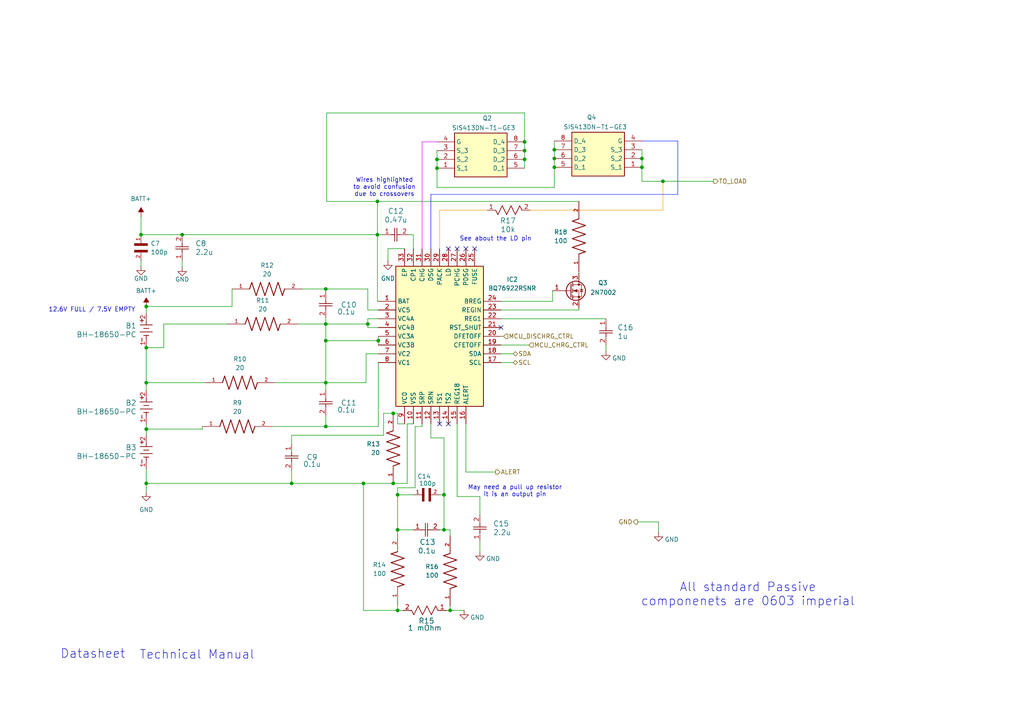
<source format=kicad_sch>
(kicad_sch (version 20231120) (generator "eeschema") (generator_version "8.0")
  (paper "A4")
  (lib_symbols
    (symbol "18650 Battery Holder:BH-18650-PC" (pin_names (offset 0.254))
      (property "Reference" "B" (at 4.826 3.81 0))
      (property "Value" "BH-18650-PC" (at 4.826 -3.81 0))
      (symbol "BH-18650-PC_0_1"
        (pin unspecified line (at 10.16 0 180) (length 2.54) (name "") (number "1"))
        (pin unspecified line (at 0 0 0) (length 2.54) (name "") (number "2"))
      )
    )
    (symbol "580060716002:RC0603FR-073K24L" (pin_names (offset 0.254))
      (property "Reference" "R" (at 5.715 3.81 0))
      (property "Value" "RC0603FR-073K24L" (at 6.35 -3.81 0))
      (symbol "RC0603FR-073K24L_1_1"
        (pin unspecified line (at 12.7 0 180) (length 2.54) (name "") (number "1"))
        (pin unspecified line (at 0 0 0) (length 2.54) (name "") (number "2"))
      )
      (symbol "RC0603FR-073K24L_1_2"
        (pin unspecified line (at 0 12.7 270) (length 2.54) (name "") (number "1"))
        (pin unspecified line (at 0 0 90) (length 2.54) (name "") (number "2"))
      )
    )
    (symbol "AT0603DRE07100RL:AT0603DRE07100RL" (pin_names (offset 1.016))
      (property "Reference" "R" (at -7.6244 2.5415 0))
      (property "Value" "AT0603DRE07100RL" (at -7.63 -5.0866 0))
      (symbol "AT0603DRE07100RL_0_0"
        (pin passive line (at -10.16 0 0) (length 5.08) (name "~") (number "1"))
        (pin passive line (at 10.16 0 180) (length 5.08) (name "~") (number "2"))
      )
    )
    (symbol "BQ76922RSNR:BQ76922RSNR"
      (property "Reference" "IC" (at 31.75 15.24 0))
      (property "Value" "BQ76922RSNR" (at 31.75 12.7 0))
      (symbol "BQ76922RSNR_1_1"
        (pin passive line (at 0 0 0) (length 5.08) (name "BAT") (number "1"))
        (pin passive line (at 10.16 -35.56 90) (length 5.08) (name "VSS") (number "10"))
        (pin passive line (at 12.7 -35.56 90) (length 5.08) (name "SRP") (number "11"))
        (pin passive line (at 15.24 -35.56 90) (length 5.08) (name "SRN") (number "12"))
        (pin passive line (at 17.78 -35.56 90) (length 5.08) (name "TS1") (number "13"))
        (pin passive line (at 20.32 -35.56 90) (length 5.08) (name "TS2") (number "14"))
        (pin passive line (at 22.86 -35.56 90) (length 5.08) (name "REG18") (number "15"))
        (pin passive line (at 25.4 -35.56 90) (length 5.08) (name "ALERT") (number "16"))
        (pin passive line (at 35.56 -17.78 180) (length 5.08) (name "SCL") (number "17"))
        (pin passive line (at 35.56 -15.24 180) (length 5.08) (name "SDA") (number "18"))
        (pin passive line (at 35.56 -12.7 180) (length 5.08) (name "CFETOFF") (number "19"))
        (pin passive line (at 0 -2.54 0) (length 5.08) (name "VC5") (number "2"))
        (pin passive line (at 35.56 -10.16 180) (length 5.08) (name "DFETOFF") (number "20"))
        (pin passive line (at 35.56 -7.62 180) (length 5.08) (name "RST_SHUT") (number "21"))
        (pin passive line (at 35.56 -5.08 180) (length 5.08) (name "REG1") (number "22"))
        (pin passive line (at 35.56 -2.54 180) (length 5.08) (name "REGIN") (number "23"))
        (pin passive line (at 35.56 0 180) (length 5.08) (name "BREG") (number "24"))
        (pin passive line (at 27.94 15.24 270) (length 5.08) (name "FUSE") (number "25"))
        (pin passive line (at 25.4 15.24 270) (length 5.08) (name "PDSG") (number "26"))
        (pin passive line (at 22.86 15.24 270) (length 5.08) (name "PCHG") (number "27"))
        (pin passive line (at 20.32 15.24 270) (length 5.08) (name "LD") (number "28"))
        (pin passive line (at 17.78 15.24 270) (length 5.08) (name "PACK") (number "29"))
        (pin passive line (at 0 -5.08 0) (length 5.08) (name "VC4A") (number "3"))
        (pin passive line (at 15.24 15.24 270) (length 5.08) (name "DSG") (number "30"))
        (pin passive line (at 12.7 15.24 270) (length 5.08) (name "CHG") (number "31"))
        (pin passive line (at 10.16 15.24 270) (length 5.08) (name "CP1") (number "32"))
        (pin passive line (at 7.62 15.24 270) (length 5.08) (name "EP") (number "33"))
        (pin passive line (at 0 -7.62 0) (length 5.08) (name "VC4B") (number "4"))
        (pin passive line (at 0 -10.16 0) (length 5.08) (name "VC3A") (number "5"))
        (pin passive line (at 0 -12.7 0) (length 5.08) (name "VC3B") (number "6"))
        (pin passive line (at 0 -15.24 0) (length 5.08) (name "VC2") (number "7"))
        (pin passive line (at 0 -17.78 0) (length 5.08) (name "VC1") (number "8"))
        (pin passive line (at 7.62 -35.56 90) (length 5.08) (name "VC0") (number "9"))
      )
    )
    (symbol "C0603C104K5RACAUTO:C0603C104K5RACAUTO" (pin_names (offset 0.254))
      (property "Reference" "C" (at 3.81 3.81 0))
      (property "Value" "C0603C104K5RACAUTO" (at 3.81 -3.81 0))
      (symbol "C0603C104K5RACAUTO_1_1"
        (pin unspecified line (at 0 0 0) (length 2.54) (name "") (number "1"))
        (pin unspecified line (at 7.62 0 180) (length 2.54) (name "") (number "2"))
      )
      (symbol "C0603C104K5RACAUTO_1_2"
        (pin unspecified line (at 0 0 270) (length 2.54) (name "") (number "1"))
        (pin unspecified line (at 0 -7.62 90) (length 2.54) (name "") (number "2"))
      )
    )
    (symbol "C1608X5R1H105K080AB:C1608X5R1H105K080AB" (pin_names (offset 0.254))
      (property "Reference" "C" (at 3.81 3.81 0))
      (property "Value" "C1608X5R1H105K080AB" (at 3.81 -3.81 0))
      (symbol "C1608X5R1H105K080AB_1_1"
        (pin unspecified line (at 0 0 0) (length 2.54) (name "") (number "1"))
        (pin unspecified line (at 7.62 0 180) (length 2.54) (name "") (number "2"))
      )
      (symbol "C1608X5R1H105K080AB_1_2"
        (pin unspecified line (at 0 0 270) (length 2.54) (name "") (number "1"))
        (pin unspecified line (at 0 -7.62 90) (length 2.54) (name "") (number "2"))
      )
    )
    (symbol "C1608X5R1H474K080AB:C1608X5R1H474K080AB" (pin_names (offset 0.254))
      (property "Reference" "C" (at 3.81 3.81 0))
      (property "Value" "C1608X5R1H474K080AB" (at 3.81 -3.81 0))
      (symbol "C1608X5R1H474K080AB_1_1"
        (pin unspecified line (at 0 0 0) (length 2.54) (name "") (number "1"))
        (pin unspecified line (at 7.62 0 180) (length 2.54) (name "") (number "2"))
      )
      (symbol "C1608X5R1H474K080AB_1_2"
        (pin unspecified line (at 0 0 270) (length 2.54) (name "") (number "1"))
        (pin unspecified line (at 0 -7.62 90) (length 2.54) (name "") (number "2"))
      )
    )
    (symbol "ERJPA3F20R0V:ERJPA3F20R0V" (pin_names (offset 1.016))
      (property "Reference" "R" (at -7.624 2.541 0))
      (property "Value" "ERJPA3F20R0V" (at -7.624 -5.087 0))
      (symbol "ERJPA3F20R0V_0_0"
        (pin passive line (at -10.16 0 0) (length 5.08) (name "~") (number "1"))
        (pin passive line (at 10.16 0 180) (length 5.08) (name "~") (number "2"))
      )
    )
    (symbol "GA0603A101JXBAC31G:GA0603A101JXBAC31G" (pin_names (offset 1.016))
      (property "Reference" "C" (at 0 3.8109 0))
      (property "Value" "GA0603A101JXBAC31G" (at 0 -5.0885 0))
      (symbol "GA0603A101JXBAC31G_0_0"
        (pin passive line (at -2.54 0 0) (length 2.54) (name "~") (number "1"))
        (pin passive line (at 5.08 0 180) (length 2.54) (name "~") (number "2"))
      )
    )
    (symbol "GRM188R61H225KE11D:GRM188R61H225KE11D" (pin_names (offset 0.254))
      (property "Reference" "C" (at 3.81 3.81 0))
      (property "Value" "GRM188R61H225KE11D" (at 3.81 -3.81 0))
      (symbol "GRM188R61H225KE11D_1_1"
        (pin unspecified line (at 0 0 0) (length 2.54) (name "") (number "1"))
        (pin unspecified line (at 7.62 0 180) (length 2.54) (name "") (number "2"))
      )
      (symbol "GRM188R61H225KE11D_1_2"
        (pin unspecified line (at 0 0 270) (length 2.54) (name "") (number "1"))
        (pin unspecified line (at 0 -7.62 90) (length 2.54) (name "") (number "2"))
      )
    )
    (symbol "RC0603FR-0710KL:RC0603FR-0710KL" (pin_names (offset 0.254))
      (property "Reference" "R" (at 5.715 3.81 0))
      (property "Value" "RC0603FR-0710KL" (at 6.35 -3.81 0))
      (symbol "RC0603FR-0710KL_1_1"
        (pin unspecified line (at 0 0 0) (length 2.54) (name "") (number "1"))
        (pin unspecified line (at 12.7 0 180) (length 2.54) (name "") (number "2"))
      )
      (symbol "RC0603FR-0710KL_1_2"
        (pin unspecified line (at 0 12.7 270) (length 2.54) (name "") (number "1"))
        (pin unspecified line (at 0 0 90) (length 2.54) (name "") (number "2"))
      )
    )
    (symbol "SIS413DN-T1-GE3:SIS413DN-T1-GE3"
      (property "Reference" "Q" (at 21.59 7.62 0))
      (property "Value" "SIS413DN-T1-GE3" (at 21.59 5.08 0))
      (symbol "SIS413DN-T1-GE3_1_1"
        (pin passive line (at 0 0 0) (length 5.08) (name "S_1") (number "1"))
        (pin passive line (at 0 -2.54 0) (length 5.08) (name "S_2") (number "2"))
        (pin passive line (at 0 -5.08 0) (length 5.08) (name "S_3") (number "3"))
        (pin passive line (at 0 -7.62 0) (length 5.08) (name "G") (number "4"))
        (pin passive line (at 25.4 0 180) (length 5.08) (name "D_1") (number "5"))
        (pin passive line (at 25.4 -2.54 180) (length 5.08) (name "D_2") (number "6"))
        (pin passive line (at 25.4 -5.08 180) (length 5.08) (name "D_3") (number "7"))
        (pin passive line (at 25.4 -7.62 180) (length 5.08) (name "D_4") (number "8"))
      )
    )
    (symbol "Transistor_FET:2N7002" (pin_names hide)
      (property "Reference" "Q" (at 5.08 1.905 0))
      (property "Value" "2N7002" (at 5.08 0 0))
      (symbol "2N7002_1_1"
        (pin input line (at -5.08 0 0) (length 2.54) (name "G") (number "1"))
        (pin passive line (at 2.54 -5.08 90) (length 2.54) (name "S") (number "2"))
        (pin passive line (at 2.54 5.08 270) (length 2.54) (name "D") (number "3"))
      )
    )
    (symbol "power:-BATT" (power) (pin_numbers hide) (pin_names (offset 0) hide)
      (property "Value" "-BATT" (at 0 3.556 0))
      (symbol "-BATT_1_1"
        (pin power_in line (at 0 0 90) (length 0) (name "~") (number "1"))
      )
    )
    (symbol "power:GND" (power) (pin_numbers hide) (pin_names (offset 0) hide)
      (property "Value" "GND" (at 0 -3.81 0))
      (symbol "GND_1_1"
        (pin power_in line (at 0 0 270) (length 0) (name "~") (number "1"))
      )
    )
  )
  (junction (at 192.278 52.578))
  (junction (at 115.316 177.038))
  (junction (at 186.182 48.514))
  (junction (at 160.782 48.514))
  (junction (at 94.488 93.98))
  (junction (at 186.182 45.974))
  (junction (at 115.316 143.51))
  (junction (at 94.488 83.82))
  (junction (at 42.418 140.208))
  (junction (at 106.68 93.98))
  (junction (at 109.474 68.072))
  (junction (at 42.418 100.838))
  (junction (at 40.894 68.072))
  (junction (at 126.746 46.228))
  (junction (at 160.782 45.974))
  (junction (at 94.488 123.698))
  (junction (at 128.778 143.51))
  (junction (at 94.488 98.806))
  (junction (at 152.146 41.148))
  (junction (at 115.316 153.67))
  (junction (at 42.418 88.9))
  (junction (at 84.582 140.208))
  (junction (at 109.474 58.42))
  (junction (at 114.046 119.888))
  (junction (at 130.556 177.038))
  (junction (at 109.728 98.806))
  (junction (at 42.418 110.998))
  (junction (at 128.778 153.67))
  (junction (at 160.782 43.434))
  (junction (at 152.146 43.688))
  (junction (at 52.832 68.072))
  (junction (at 152.146 46.228))
  (junction (at 114.046 140.208))
  (junction (at 42.418 124.46))
  (junction (at 105.41 140.208))
  (junction (at 94.488 110.998))
  (junction (at 126.746 48.768))
  (no_connect (at 137.668 72.136))
  (no_connect (at 135.128 72.136))
  (no_connect (at 132.588 72.136))
  (no_connect (at 130.048 122.936))
  (no_connect (at 130.048 72.136))
  (no_connect (at 127.508 122.936))
  (no_connect (at 145.288 94.996))
  (wire (pts (xy 94.488 84.582) (xy 94.488 83.82)))
  (wire (pts (xy 106.68 94.996) (xy 106.68 93.98)))
  (wire (pts (xy 115.316 175.26) (xy 115.316 177.038)))
  (wire (pts (xy 114.046 119.888) (xy 115.316 119.888)))
  (wire (pts (xy 42.418 88.9) (xy 42.418 90.678)))
  (wire (pts (xy 186.182 43.434) (xy 186.182 45.974)))
  (wire (pts (xy 124.968 72.136) (xy 124.968 56.388)) (stroke (width 0) (color 11 10 255 1)))
  (wire (pts (xy 67.31 88.9) (xy 67.31 83.82)))
  (wire (pts (xy 128.778 143.51) (xy 127.508 143.51)))
  (wire (pts (xy 109.474 58.42) (xy 109.474 68.072)))
  (wire (pts (xy 139.192 144.018) (xy 139.192 149.352)))
  (wire (pts (xy 134.62 177.038) (xy 130.556 177.038)))
  (wire (pts (xy 153.924 60.96) (xy 192.278 60.96)) (stroke (width 0) (color 255 163 16 1)))
  (wire (pts (xy 105.41 140.208) (xy 114.046 140.208)))
  (wire (pts (xy 152.146 32.766) (xy 94.742 32.766)))
  (wire (pts (xy 109.728 98.806) (xy 109.728 100.076)))
  (wire (pts (xy 42.418 140.208) (xy 42.418 136.144)))
  (wire (pts (xy 109.474 68.072) (xy 110.998 68.072)))
  (wire (pts (xy 114.046 140.208) (xy 118.11 140.208)))
  (wire (pts (xy 111.252 119.888) (xy 114.046 119.888)))
  (wire (pts (xy 145.288 102.616) (xy 148.844 102.616)))
  (wire (pts (xy 122.428 41.148) (xy 126.746 41.148)) (stroke (width 0) (color 229 3 255 1)))
  (wire (pts (xy 115.316 141.478) (xy 115.316 143.51)))
  (wire (pts (xy 115.316 153.67) (xy 119.888 153.67)))
  (wire (pts (xy 42.418 100.838) (xy 47.498 100.838)))
  (wire (pts (xy 115.316 153.67) (xy 115.316 154.94)))
  (wire (pts (xy 184.912 151.384) (xy 191.008 151.384)))
  (wire (pts (xy 145.288 89.916) (xy 167.894 89.916)))
  (wire (pts (xy 94.488 123.698) (xy 109.728 123.698)))
  (wire (pts (xy 152.146 46.228) (xy 152.146 48.768)))
  (wire (pts (xy 94.488 110.998) (xy 94.488 113.03)))
  (wire (pts (xy 160.274 87.376) (xy 160.274 84.328)))
  (wire (pts (xy 42.418 140.208) (xy 84.582 140.208)))
  (wire (pts (xy 109.474 58.42) (xy 167.894 58.42)))
  (wire (pts (xy 191.008 151.384) (xy 191.008 154.432)))
  (wire (pts (xy 186.182 52.578) (xy 192.278 52.578)))
  (wire (pts (xy 40.894 68.072) (xy 52.832 68.072)))
  (wire (pts (xy 109.728 94.996) (xy 106.68 94.996)))
  (wire (pts (xy 78.994 123.698) (xy 94.488 123.698)))
  (wire (pts (xy 160.782 48.514) (xy 160.782 54.356)))
  (wire (pts (xy 145.288 105.156) (xy 148.844 105.156)))
  (wire (pts (xy 115.316 143.51) (xy 115.316 153.67)))
  (wire (pts (xy 109.728 98.806) (xy 94.488 98.806)))
  (wire (pts (xy 94.488 120.65) (xy 94.488 123.698)))
  (wire (pts (xy 40.894 75.692) (xy 40.894 77.216)))
  (wire (pts (xy 130.556 175.768) (xy 130.556 177.038)))
  (wire (pts (xy 152.146 41.148) (xy 152.146 32.766)))
  (wire (pts (xy 124.968 127) (xy 124.968 122.936)))
  (wire (pts (xy 115.316 143.51) (xy 119.888 143.51)))
  (wire (pts (xy 94.488 93.98) (xy 106.68 93.98)))
  (wire (pts (xy 128.778 127) (xy 124.968 127)))
  (wire (pts (xy 115.316 122.936) (xy 117.348 122.936)))
  (wire (pts (xy 118.11 122.936) (xy 119.888 122.936)))
  (wire (pts (xy 127.508 72.136) (xy 127.508 60.96)) (stroke (width 0) (color 255 163 16 1)))
  (wire (pts (xy 106.172 102.616) (xy 109.728 102.616)))
  (wire (pts (xy 130.556 153.67) (xy 128.778 153.67)))
  (wire (pts (xy 126.746 54.356) (xy 160.782 54.356)))
  (wire (pts (xy 79.756 110.998) (xy 94.488 110.998)))
  (wire (pts (xy 152.146 43.688) (xy 152.146 46.228)))
  (wire (pts (xy 126.746 46.228) (xy 126.746 48.768)))
  (wire (pts (xy 42.418 140.208) (xy 42.418 142.748)))
  (wire (pts (xy 112.522 75.692) (xy 112.522 72.136)))
  (wire (pts (xy 84.582 140.208) (xy 105.41 140.208)))
  (wire (pts (xy 87.63 83.82) (xy 94.488 83.82)))
  (wire (pts (xy 42.418 124.46) (xy 42.418 125.984)))
  (wire (pts (xy 128.778 127) (xy 128.778 143.51)))
  (wire (pts (xy 109.474 87.376) (xy 109.728 87.376)))
  (wire (pts (xy 167.894 89.916) (xy 167.894 89.408)))
  (wire (pts (xy 105.41 140.208) (xy 105.41 177.038)))
  (wire (pts (xy 192.278 60.96) (xy 192.278 52.578)) (stroke (width 0) (color 255 163 16 1)))
  (wire (pts (xy 139.192 156.972) (xy 139.192 160.02)))
  (wire (pts (xy 109.474 68.072) (xy 109.474 87.376)))
  (wire (pts (xy 126.746 48.768) (xy 126.746 54.356)))
  (wire (pts (xy 175.768 100.076) (xy 175.768 101.854)))
  (wire (pts (xy 112.522 72.136) (xy 117.348 72.136)))
  (wire (pts (xy 40.894 62.738) (xy 40.894 68.072)))
  (wire (pts (xy 84.582 136.398) (xy 84.582 140.208)))
  (wire (pts (xy 145.288 92.456) (xy 175.768 92.456)))
  (wire (pts (xy 94.488 110.998) (xy 106.172 110.998)))
  (wire (pts (xy 106.172 110.998) (xy 106.172 102.616)))
  (wire (pts (xy 119.888 68.072) (xy 118.618 68.072)))
  (wire (pts (xy 132.588 122.936) (xy 132.588 144.018)))
  (wire (pts (xy 186.182 45.974) (xy 186.182 48.514)))
  (wire (pts (xy 42.418 88.9) (xy 67.31 88.9)))
  (wire (pts (xy 94.742 32.766) (xy 94.742 58.42)))
  (wire (pts (xy 42.418 110.998) (xy 59.436 110.998)))
  (wire (pts (xy 94.742 58.42) (xy 109.474 58.42)))
  (wire (pts (xy 106.68 92.456) (xy 109.728 92.456)))
  (wire (pts (xy 160.782 40.894) (xy 160.782 43.434)))
  (wire (pts (xy 186.182 48.514) (xy 186.182 52.578)))
  (wire (pts (xy 120.396 123.698) (xy 122.428 123.698)))
  (wire (pts (xy 152.146 41.148) (xy 152.146 43.688)))
  (wire (pts (xy 42.418 110.998) (xy 42.418 113.03)))
  (wire (pts (xy 105.41 177.038) (xy 115.316 177.038)))
  (wire (pts (xy 84.582 126.238) (xy 111.252 126.238)))
  (wire (pts (xy 160.782 43.434) (xy 160.782 45.974)))
  (wire (pts (xy 118.11 122.936) (xy 118.11 140.208)))
  (wire (pts (xy 129.54 177.038) (xy 130.556 177.038)))
  (wire (pts (xy 119.888 72.136) (xy 119.888 68.072)))
  (wire (pts (xy 94.488 93.98) (xy 94.488 98.806)))
  (wire (pts (xy 115.316 119.888) (xy 115.316 122.936)))
  (wire (pts (xy 106.68 83.82) (xy 106.68 89.916)))
  (wire (pts (xy 111.252 126.238) (xy 111.252 119.888)))
  (wire (pts (xy 127.508 153.67) (xy 128.778 153.67)))
  (wire (pts (xy 106.68 89.916) (xy 109.728 89.916)))
  (wire (pts (xy 122.428 123.698) (xy 122.428 122.936)))
  (wire (pts (xy 115.316 141.478) (xy 120.396 141.478)))
  (wire (pts (xy 120.396 141.478) (xy 120.396 123.698)))
  (wire (pts (xy 122.428 72.136) (xy 122.428 41.148)) (stroke (width 0) (color 229 3 255 1)))
  (wire (pts (xy 160.782 45.974) (xy 160.782 48.514)))
  (wire (pts (xy 126.746 43.688) (xy 126.746 46.228)))
  (wire (pts (xy 143.764 136.906) (xy 135.128 136.906)))
  (wire (pts (xy 84.582 126.238) (xy 84.582 128.778)))
  (wire (pts (xy 106.68 93.98) (xy 106.68 92.456)))
  (wire (pts (xy 42.418 123.19) (xy 42.418 124.46)))
  (wire (pts (xy 94.488 83.82) (xy 106.68 83.82)))
  (wire (pts (xy 145.288 100.076) (xy 153.416 100.076)))
  (wire (pts (xy 115.316 177.038) (xy 116.84 177.038)))
  (wire (pts (xy 130.556 153.67) (xy 130.556 155.448)))
  (wire (pts (xy 127.508 60.96) (xy 141.224 60.96)) (stroke (width 0) (color 255 163 16 1)))
  (wire (pts (xy 167.894 78.74) (xy 167.894 79.248)))
  (wire (pts (xy 192.278 52.578) (xy 207.01 52.578)))
  (wire (pts (xy 196.596 56.388) (xy 196.596 40.894)) (stroke (width 0) (color 23 47 255 1)))
  (wire (pts (xy 109.728 97.536) (xy 109.728 98.806)))
  (wire (pts (xy 42.418 124.46) (xy 58.674 124.46)))
  (wire (pts (xy 58.674 124.46) (xy 58.674 123.698)))
  (wire (pts (xy 94.488 92.202) (xy 94.488 93.98)))
  (wire (pts (xy 47.498 93.98) (xy 66.04 93.98)))
  (wire (pts (xy 135.128 136.906) (xy 135.128 122.936)))
  (wire (pts (xy 86.36 93.98) (xy 94.488 93.98)))
  (wire (pts (xy 132.588 144.018) (xy 139.192 144.018)))
  (wire (pts (xy 196.596 40.894) (xy 186.182 40.894)) (stroke (width 0) (color 23 47 255 1)))
  (wire (pts (xy 94.488 110.998) (xy 94.488 98.806)))
  (wire (pts (xy 52.832 75.692) (xy 52.832 77.47)))
  (wire (pts (xy 52.832 68.072) (xy 109.474 68.072)))
  (wire (pts (xy 47.498 93.98) (xy 47.498 100.838)))
  (wire (pts (xy 145.288 87.376) (xy 160.274 87.376)))
  (wire (pts (xy 145.288 97.536) (xy 146.05 97.536)))
  (wire (pts (xy 124.968 56.388) (xy 196.596 56.388)) (stroke (width 0) (color 23 47 255 1)))
  (wire (pts (xy 109.728 123.698) (xy 109.728 105.156)))
  (wire (pts (xy 42.418 100.838) (xy 42.418 110.998)))
  (wire (pts (xy 128.778 143.51) (xy 128.778 153.67)))
  (text "Wires highlighted\nto avoid confusion\ndue to crossovers" (at 111.506 54.356 0) (effects (font (size 1.27 1.27))))
  (text "May need a pull up resistor\nit is an output pin\n\n" (at 149.352 143.51 0) (effects (font (size 1.27 1.27))))
  (text "Technical Manual" (at 57.15 189.992 0) (effects (font (size 2.54 2.54))))
  (text "Datasheet" (at 26.924 189.738 0) (effects (font (size 2.54 2.54))))
  (text "BATTERY\nMANAGEMENT" (at 55.118 -27.432 0) (effects (font (size 7.62 7.62))))
  (text "12.6V FULL / 7.5V EMPTY" (at 26.67 89.916 0) (effects (font (size 1.27 1.27))))
  (text "See about the LD pin\n" (at 143.764 69.342 0) (effects (font (size 1.27 1.27))))
  (text "All standard Passive\ncomponenets are 0603 imperial" (at 216.916 172.466 0) (effects (font (size 2.54 2.54))))
  (hierarchical_label "GND" (shape output) (at 184.912 151.384 180))
  (hierarchical_label "MCU_DISCHRG_CTRL" (shape input) (at 146.05 97.536 0))
  (hierarchical_label "SDA" (shape bidirectional) (at 148.844 102.616 0))
  (hierarchical_label "TO_LOAD" (shape output) (at 207.01 52.578 0))
  (hierarchical_label "MCU_CHRG_CTRL" (shape input) (at 153.416 100.076 0))
  (hierarchical_label "SCL" (shape bidirectional) (at 148.844 105.156 0))
  (hierarchical_label "ALERT" (shape output) (at 143.764 136.906 0))
  (symbol (lib_id "Transistor_FET:2N7002") (at 165.354 84.328 0) (unit 1)
    (property "Reference" "Q3" (at 173.482 82.042 0) (effects (justify left)))
    (property "Value" "2N7002" (at 171.196 84.836 0) (effects (justify left)))
    (property "Footprint" "Package_TO_SOT_SMD:SOT-23" (effects (hide yes)))
    (property "Datasheet" "https://www.mouser.co.uk/ProductDetail/Infineon-Technologies/2N7002-H6327?qs=CVg1V728NXGZyf6kD1tkzQ%3D%3D&mgh=1&vip=1&utm_id=20808080842&utm_source=google&utm_medium=cpc&utm_marketing_tactic=emeacorp&gad_source=1&gclid=Cj0KCQjw1um-BhDtARIsABjU5x70kCIU17Y9chiVxNH_Vom0j4sKZ5ToqWr6DV3ByRFWQx4h5b8ahzcaAj4GEALw_wcB" (effects (hide yes)))
    (property "Description" "0.115A Id, 60V Vds, N-Channel MOSFET, SOT-23" (effects (hide yes)))
    (property "Price" "0.21" (effects (hide yes)))
    (property "Manufacturer_Part_Number" "2N7002 H6327" (effects (hide yes)))
  )
  (symbol (lib_id "GRM188R61H225KE11D:GRM188R61H225KE11D") (at 52.832 75.692 90) (unit 1)
    (property "Reference" "C8" (at 56.642 70.6119 90) (effects (font (size 1.524 1.524)) (justify right)))
    (property "Value" "2.2u" (at 56.642 73.1519 90) (effects (font (size 1.524 1.524)) (justify right)))
    (property "Footprint" "RobotBMS:CAP_GRM188R61H225KE11__MUR" (effects (hide yes)))
    (property "Datasheet" "https://www.mouser.co.uk/ProductDetail/Murata-Electronics/GRM188R61H225KE11D?qs=eeBpzGFlv%252B%2Fz%2FOAJ2DfLOw%3D%3D&srsltid=AfmBOooMRD77aOTkbRY7oYUXY9ClaKW758oHzigtEwQ_PDvO6XIDiy7v" (effects (hide yes)))
    (property "Description" "Multilayer Ceramic Capacitors MLCC - SMD/SMT 2.2 uF 50 VDC 10% 0603 X5R" (effects (hide yes)))
    (property "Price" "0.22" (effects (hide yes)))
    (property "Manufacturer_Part_Number" "GRM188R61H225KE11D" (effects (hide yes)))
  )
  (symbol (lib_id "18650 Battery Holder:BH-18650-PC") (at 42.418 125.984 90) (mirror x) (unit 1)
    (property "Reference" "B3" (at 39.624 129.7939 90) (effects (font (size 1.524 1.524)) (justify left)))
    (property "Value" "BH-18650-PC" (at 39.624 132.3339 90) (effects (font (size 1.524 1.524)) (justify left)))
    (property "Footprint" "RobotBMS:BAT_BH-18650-PC_MPD" (effects (hide yes)))
    (property "Datasheet" "https://www.digikey.co.uk/en/products/detail/mpd-memory-protection-devices/BH-18650-PC/3029216?srsltid=AfmBOoq6lGI2cYGJ3Cfqnk8xR0AGBP0Fpn8p5Ip-hPx4z4o8K8kUS-Z8" (effects (hide yes)))
    (property "Description" "BATTERY HOLDER 18650 PC PIN" (effects (hide yes)))
    (property "Price" "3.08" (effects (hide yes)))
    (property "Manufacturer_Part_Number" "BH-18650-PC" (effects (hide yes)))
  )
  (symbol (lib_id "AT0603DRE07100RL:AT0603DRE07100RL") (at 130.556 165.608 270) (mirror x) (unit 1)
    (property "Reference" "R16" (at 127.254 164.3379 90) (effects (justify right)))
    (property "Value" "100" (at 127.254 166.8779 90) (effects (justify right)))
    (property "Footprint" "RobotBMS:RESC1608X55N" (effects (hide yes)))
    (property "Datasheet" "https://uk.farnell.com/yageo/at0603dre07100rl/res-100r-0-5-0-1w-thin-film-0603/dp/4047067" (effects (hide yes)))
    (property "Description" "SMD Chip Resistor, 100 ohm, ± 0.5%, 100 mW, 0603 [1608 Metric], Metal Film (Thin Film)" (effects (hide yes)))
    (property "MF" "Yageo" (effects (hide yes)))
    (property "MAXIMUM_PACKAGE_HEIGHT" "0.55mm" (effects (hide yes)))
    (property "Package" "1608 Yageo" (effects (hide yes)))
    (property "Price" "0.068" (effects (hide yes)))
    (property "Check_prices" "https://www.snapeda.com/parts/AT0603DRE07100RL/Yageo/view-part/?ref=eda" (effects (hide yes)))
    (property "STANDARD" "IPC 7351B" (effects (hide yes)))
    (property "PARTREV" "V6" (effects (hide yes)))
    (property "SnapEDA_Link" "https://www.snapeda.com/parts/AT0603DRE07100RL/Yageo/view-part/?ref=snap" (effects (hide yes)))
    (property "MP" "AT0603DRE07100RL" (effects (hide yes)))
    (property "Description_1" "\n                        \n                            100 Ohms ±0.5% 0.1W, 1/10W Chip Resistor 0603 (1608 Metric) Anti-Sulfur, Automotive AEC-Q200, Moisture Resistant Thin Film\n                        \n" (effects (hide yes)))
    (property "Availability" "In Stock" (effects (hide yes)))
    (property "MANUFACTURER" "Yageo" (effects (hide yes)))
    (property "Manufacturer_Part_Number" "AT0603DRE07100RL" (effects (hide yes)))
  )
  (symbol (lib_id "BQ76922RSNR:BQ76922RSNR") (at 109.728 87.376 0) (unit 1)
    (property "Reference" "IC2" (at 148.59 81.0574 0))
    (property "Value" "BQ76922RSNR" (at 148.59 83.5974 0))
    (property "Footprint" "RobotBMS:QFN40P400X400X80-33N-D" (effects (hide yes)))
    (property "Datasheet" "https://www.mouser.co.uk/ProductDetail/Texas-Instruments/BQ76922RSNR?qs=dbcCsuKDzFV1TGwm4B7DLw%3D%3D&srsltid=AfmBOor1BwixVM4imBs0xd3ssBI2snkv_dKEs7gEDBC8HCYSlzWdYF-s" (effects (hide yes)))
    (property "Description" "Battery Management Three-series to five-series cell lithium-ion and lithium-phosphate battery monitor" (effects (hide yes)))
    (property "Height" "0.8" (effects (hide yes)))
    (property "Manufacturer_Name" "Texas Instruments" (effects (hide yes)))
    (property "Manufacturer_Part_Number" "BQ76922RSNR" (effects (hide yes)))
    (property "Price" "3.08" (effects (hide yes)))
  )
  (symbol (lib_id "AT0603DRE07100RL:AT0603DRE07100RL") (at 167.894 68.58 270) (mirror x) (unit 1)
    (property "Reference" "R18" (at 164.592 67.3099 90) (effects (justify right)))
    (property "Value" "100" (at 164.592 69.8499 90) (effects (justify right)))
    (property "Footprint" "RobotBMS:RESC1608X55N" (effects (hide yes)))
    (property "Datasheet" "https://uk.farnell.com/yageo/at0603dre07100rl/res-100r-0-5-0-1w-thin-film-0603/dp/4047067" (effects (hide yes)))
    (property "Description" "SMD Chip Resistor, 100 ohm, ± 0.5%, 100 mW, 0603 [1608 Metric], Metal Film (Thin Film)" (effects (hide yes)))
    (property "MF" "Yageo" (effects (hide yes)))
    (property "MAXIMUM_PACKAGE_HEIGHT" "0.55mm" (effects (hide yes)))
    (property "Package" "1608 Yageo" (effects (hide yes)))
    (property "Price" "0.068" (effects (hide yes)))
    (property "Check_prices" "https://www.snapeda.com/parts/AT0603DRE07100RL/Yageo/view-part/?ref=eda" (effects (hide yes)))
    (property "STANDARD" "IPC 7351B" (effects (hide yes)))
    (property "PARTREV" "V6" (effects (hide yes)))
    (property "SnapEDA_Link" "https://www.snapeda.com/parts/AT0603DRE07100RL/Yageo/view-part/?ref=snap" (effects (hide yes)))
    (property "MP" "AT0603DRE07100RL" (effects (hide yes)))
    (property "Description_1" "\n                        \n                            100 Ohms ±0.5% 0.1W, 1/10W Chip Resistor 0603 (1608 Metric) Anti-Sulfur, Automotive AEC-Q200, Moisture Resistant Thin Film\n                        \n" (effects (hide yes)))
    (property "Availability" "In Stock" (effects (hide yes)))
    (property "MANUFACTURER" "Yageo" (effects (hide yes)))
    (property "Manufacturer_Part_Number" "AT0603DRE07100RL" (effects (hide yes)))
  )
  (symbol (lib_id "power:GND") (at 40.894 77.216 0) (mirror y) (unit 1)
    (property "Reference" "#PWR020" (effects (hide yes)))
    (property "Value" "GND" (at 40.894 80.772 0))
    (property "Description" "Power symbol creates a global label with name \"GND\" , ground" (effects (hide yes)))
  )
  (symbol (lib_id "SIS413DN-T1-GE3:SIS413DN-T1-GE3") (at 186.182 48.514 180) (unit 1)
    (property "Reference" "Q4" (at 172.974 34.036 0) (effects (justify left)))
    (property "Value" "SIS413DN-T1-GE3" (at 181.864 36.83 0) (effects (justify left)))
    (property "Footprint" "RobotBMS:SIS862DNT1GE3" (effects (hide yes)))
    (property "Datasheet" "https://www.mouser.co.uk/ProductDetail/Vishay-Semiconductors/SIS413DN-T1-GE3?qs=vgn07B5hXav8x6TX%252BtAIoQ%3D%3D" (effects (hide yes)))
    (property "Description" "P-Ch PowerPAK1212 Cu 30V 9.4mohm@10V" (effects (hide yes)))
    (property "Manufacturer_Name" "Vishay" (effects (hide yes)))
    (property "Manufacturer_Part_Number" "SIS413DN-T1-GE3" (effects (hide yes)))
    (property "Mouser Part Number" "78-SIS413DN-T1-GE3" (effects (hide yes)))
    (property "Mouser Price/Stock" "https://www.mouser.co.uk/ProductDetail/Vishay-Semiconductors/SIS413DN-T1-GE3?qs=vgn07B5hXav8x6TX%252BtAIoQ%3D%3D" (effects (hide yes)))
    (property "Arrow Part Number" "SIS413DN-T1-GE3" (effects (hide yes)))
    (property "Arrow Price/Stock" "https://www.arrow.com/en/products/sis413dn-t1-ge3/vishay?region=nac" (effects (hide yes)))
    (property "Price" "0.58" (effects (hide yes)))
  )
  (symbol (lib_id "ERJPA3F20R0V:ERJPA3F20R0V") (at 77.47 83.82 0) (unit 1)
    (property "Reference" "R12" (at 77.47 76.962 0))
    (property "Value" "20" (at 77.47 79.502 0))
    (property "Footprint" "RobotBMS:RES_ERJPA3F20R0V" (effects (hide yes)))
    (property "Datasheet" "https://uk.farnell.com/panasonic/erjpa3f20r0v/res-20r-1-0-25w-0603-thick-film/dp/2335873?srsltid=AfmBOoqUeUzg1pk6hwoWxXeW9FrmcibLL0xygyGA52BZvslTL7es8ncf" (effects (hide yes)))
    (property "Description" "SMD Chip Resistor, 20 ohm, ± 1%, 250 mW, 0603 [1608 Metric], Thick Film, High Power, Anti-Surge" (effects (hide yes)))
    (property "MF" "Panasonic" (effects (hide yes)))
    (property "MAXIMUM_PACKAGE_HEIGHT" "0.45 mm" (effects (hide yes)))
    (property "Package" "1608-2 Panasonic" (effects (hide yes)))
    (property "Price" "0.0512" (effects (hide yes)))
    (property "Check_prices" "https://www.snapeda.com/parts/ERJPA3F20R0V/Panasonic/view-part/?ref=eda" (effects (hide yes)))
    (property "STANDARD" "Manufacturer Recommendations" (effects (hide yes)))
    (property "PARTREV" "3/1/2020" (effects (hide yes)))
    (property "SnapEDA_Link" "https://www.snapeda.com/parts/ERJPA3F20R0V/Panasonic/view-part/?ref=snap" (effects (hide yes)))
    (property "MP" "ERJPA3F20R0V" (effects (hide yes)))
    (property "Description_1" "\n                        \n                            Thick Film Smnt Resistor 0603 Case 20Ohm +/-1% 0.25W +/-100ppm/degC | Panasonic Electronic Components ERJPA3F20R0V\n                        \n" (effects (hide yes)))
    (property "Availability" "In Stock" (effects (hide yes)))
    (property "MANUFACTURER" "Panasonic" (effects (hide yes)))
    (property "Manufacturer_Part_Number" "ERJPA3F20R0V" (effects (hide yes)))
  )
  (symbol (lib_id "C0603C104K5RACAUTO:C0603C104K5RACAUTO") (at 94.488 84.582 270) (unit 1)
    (property "Reference" "C10" (at 98.806 88.392 90) (effects (font (size 1.524 1.524)) (justify left)))
    (property "Value" "0.1u" (at 97.79 90.424 90) (effects (font (size 1.524 1.524)) (justify left)))
    (property "Footprint" "RobotBMS:CAPC17595_87N_KEM" (effects (hide yes)))
    (property "Datasheet" "https://uk.farnell.com/kemet/c0603c104k5racauto/cap-0-1-f-50v-10-x7r-0603/dp/2070398" (effects (hide yes)))
    (property "Description" "SMD Multilayer Ceramic Capacitor, AEC-Q200, 0.1 µF, 50 V, 0603 [1608 Metric], ± 10%, X7R" (effects (hide yes)))
    (property "Price" "0.05" (effects (hide yes)))
    (property "Manufacturer_Part_Number" "C0603C104K5RACAUTO" (effects (hide yes)))
  )
  (symbol (lib_id "SIS413DN-T1-GE3:SIS413DN-T1-GE3") (at 126.746 48.768 0) (mirror x) (unit 1)
    (property "Reference" "Q2" (at 139.954 34.29 0) (effects (justify left)))
    (property "Value" "SIS413DN-T1-GE3" (at 131.064 37.084 0) (effects (justify left)))
    (property "Footprint" "RobotBMS:SIS862DNT1GE3" (effects (hide yes)))
    (property "Datasheet" "https://www.mouser.co.uk/ProductDetail/Vishay-Semiconductors/SIS413DN-T1-GE3?qs=vgn07B5hXav8x6TX%252BtAIoQ%3D%3D" (effects (hide yes)))
    (property "Description" "P-Ch PowerPAK1212 Cu 30V 9.4mohm@10V" (effects (hide yes)))
    (property "Manufacturer_Name" "Vishay" (effects (hide yes)))
    (property "Manufacturer_Part_Number" "SIS413DN-T1-GE3" (effects (hide yes)))
    (property "Mouser Part Number" "78-SIS413DN-T1-GE3" (effects (hide yes)))
    (property "Mouser Price/Stock" "https://www.mouser.co.uk/ProductDetail/Vishay-Semiconductors/SIS413DN-T1-GE3?qs=vgn07B5hXav8x6TX%252BtAIoQ%3D%3D" (effects (hide yes)))
    (property "Arrow Part Number" "SIS413DN-T1-GE3" (effects (hide yes)))
    (property "Arrow Price/Stock" "https://www.arrow.com/en/products/sis413dn-t1-ge3/vishay?region=nac" (effects (hide yes)))
    (property "Price" "0.58" (effects (hide yes)))
  )
  (symbol (lib_id "ERJPA3F20R0V:ERJPA3F20R0V") (at 76.2 93.98 0) (unit 1)
    (property "Reference" "R11" (at 76.2 87.122 0))
    (property "Value" "20" (at 76.2 89.662 0))
    (property "Footprint" "RobotBMS:RES_ERJPA3F20R0V" (effects (hide yes)))
    (property "Datasheet" "https://uk.farnell.com/panasonic/erjpa3f20r0v/res-20r-1-0-25w-0603-thick-film/dp/2335873?srsltid=AfmBOoqUeUzg1pk6hwoWxXeW9FrmcibLL0xygyGA52BZvslTL7es8ncf" (effects (hide yes)))
    (property "Description" "SMD Chip Resistor, 20 ohm, ± 1%, 250 mW, 0603 [1608 Metric], Thick Film, High Power, Anti-Surge" (effects (hide yes)))
    (property "MF" "Panasonic" (effects (hide yes)))
    (property "MAXIMUM_PACKAGE_HEIGHT" "0.45 mm" (effects (hide yes)))
    (property "Package" "1608-2 Panasonic" (effects (hide yes)))
    (property "Price" "0.0512" (effects (hide yes)))
    (property "Check_prices" "https://www.snapeda.com/parts/ERJPA3F20R0V/Panasonic/view-part/?ref=eda" (effects (hide yes)))
    (property "STANDARD" "Manufacturer Recommendations" (effects (hide yes)))
    (property "PARTREV" "3/1/2020" (effects (hide yes)))
    (property "SnapEDA_Link" "https://www.snapeda.com/parts/ERJPA3F20R0V/Panasonic/view-part/?ref=snap" (effects (hide yes)))
    (property "MP" "ERJPA3F20R0V" (effects (hide yes)))
    (property "Description_1" "\n                        \n                            Thick Film Smnt Resistor 0603 Case 20Ohm +/-1% 0.25W +/-100ppm/degC | Panasonic Electronic Components ERJPA3F20R0V\n                        \n" (effects (hide yes)))
    (property "Availability" "In Stock" (effects (hide yes)))
    (property "MANUFACTURER" "Panasonic" (effects (hide yes)))
    (property "Manufacturer_Part_Number" "ERJPA3F20R0V" (effects (hide yes)))
  )
  (symbol (lib_id "580060716002:RC0603FR-073K24L") (at 116.84 177.038 0) (mirror x) (unit 1)
    (property "Reference" "R15" (at 123.698 180.086 0) (effects (font (size 1.524 1.524))))
    (property "Value" "1 mOhm" (at 123.19 182.118 0) (effects (font (size 1.524 1.524))))
    (property "Footprint" "RobotBMS:RC0603N_YAG" (effects (hide yes)))
    (property "Datasheet" "https://uk.farnell.com/wurth-elektronik/580060716002/res-r001-1-0-33w-metal-plate-0603/dp/4050755" (effects (hide yes)))
    (property "Description" "SMD Current Sense Resistor, 0.001 ohm, WRIS-PSMB Series, 0603 [1608 Metric], 330 mW, ± 1%" (effects (hide yes)))
    (property "Manufacturer_Part_Number" "580060716002" (effects (hide yes)))
    (property "Price" "0.445" (effects (hide yes)))
  )
  (symbol (lib_id "C0603C104K5RACAUTO:C0603C104K5RACAUTO") (at 84.582 128.778 270) (unit 1)
    (property "Reference" "C9" (at 88.9 132.588 90) (effects (font (size 1.524 1.524)) (justify left)))
    (property "Value" "0.1u" (at 87.884 134.62 90) (effects (font (size 1.524 1.524)) (justify left)))
    (property "Footprint" "RobotBMS:CAPC17595_87N_KEM" (effects (hide yes)))
    (property "Datasheet" "https://uk.farnell.com/kemet/c0603c104k5racauto/cap-0-1-f-50v-10-x7r-0603/dp/2070398" (effects (hide yes)))
    (property "Description" "SMD Multilayer Ceramic Capacitor, AEC-Q200, 0.1 µF, 50 V, 0603 [1608 Metric], ± 10%, X7R" (effects (hide yes)))
    (property "Price" "0.05" (effects (hide yes)))
    (property "Manufacturer_Part_Number" "C0603C104K5RACAUTO" (effects (hide yes)))
  )
  (symbol (lib_id "power:GND") (at 139.192 160.02 0) (mirror y) (unit 1)
    (property "Reference" "#PWR026" (effects (hide yes)))
    (property "Value" "GND" (at 143.002 162.052 0))
    (property "Description" "Power symbol creates a global label with name \"GND\" , ground" (effects (hide yes)))
  )
  (symbol (lib_id "18650 Battery Holder:BH-18650-PC") (at 42.418 113.03 90) (mirror x) (unit 1)
    (property "Reference" "B2" (at 39.624 116.8399 90) (effects (font (size 1.524 1.524)) (justify left)))
    (property "Value" "BH-18650-PC" (at 39.624 119.3799 90) (effects (font (size 1.524 1.524)) (justify left)))
    (property "Footprint" "RobotBMS:BAT_BH-18650-PC_MPD" (effects (hide yes)))
    (property "Datasheet" "https://www.digikey.co.uk/en/products/detail/mpd-memory-protection-devices/BH-18650-PC/3029216?srsltid=AfmBOoq6lGI2cYGJ3Cfqnk8xR0AGBP0Fpn8p5Ip-hPx4z4o8K8kUS-Z8" (effects (hide yes)))
    (property "Description" "BATTERY HOLDER 18650 PC PIN" (effects (hide yes)))
    (property "Price" "3.08" (effects (hide yes)))
    (property "Manufacturer_Part_Number" "BH-18650-PC" (effects (hide yes)))
  )
  (symbol (lib_id "C1608X5R1H474K080AB:C1608X5R1H474K080AB") (at 110.998 68.072 0) (unit 1)
    (property "Reference" "C12" (at 114.808 61.214 0) (effects (font (size 1.524 1.524))))
    (property "Value" "0.47u" (at 114.808 63.754 0) (effects (font (size 1.524 1.524))))
    (property "Footprint" "RobotBMS:CAP_1608_TDK" (effects (hide yes)))
    (property "Datasheet" "https://www.digikey.co.uk/en/products/detail/tdk-corporation/C1608X5R1H474K080AB/2732899?srsltid=AfmBOoqagN9YJBqR85ruxF3MMpUEc4G3YAP5Yultw5Ndhr4vU9UQ3zFV" (effects (hide yes)))
    (property "Description" "0.47 µF ±10% 50V Ceramic Capacitor X5R 0603 (1608 Metric)" (effects (hide yes)))
    (property "Manufacturer_Part_Number" "C1608X5R1H474K080AB" (effects (hide yes)))
    (property "Price" "0.156" (effects (hide yes)))
  )
  (symbol (lib_id "power:GND") (at 42.418 142.748 0) (mirror y) (unit 1)
    (property "Reference" "#PWR022" (effects (hide yes)))
    (property "Value" "GND" (at 42.418 147.828 0))
    (property "Description" "Power symbol creates a global label with name \"GND\" , ground" (effects (hide yes)))
  )
  (symbol (lib_id "C0603C104K5RACAUTO:C0603C104K5RACAUTO") (at 119.888 153.67 0) (unit 1)
    (property "Reference" "C13" (at 121.666 157.226 0) (effects (font (size 1.524 1.524)) (justify left)))
    (property "Value" "0.1u" (at 121.158 159.766 0) (effects (font (size 1.524 1.524)) (justify left)))
    (property "Footprint" "RobotBMS:CAPC17595_87N_KEM" (effects (hide yes)))
    (property "Datasheet" "https://uk.farnell.com/kemet/c0603c104k5racauto/cap-0-1-f-50v-10-x7r-0603/dp/2070398" (effects (hide yes)))
    (property "Description" "SMD Multilayer Ceramic Capacitor, AEC-Q200, 0.1 µF, 50 V, 0603 [1608 Metric], ± 10%, X7R" (effects (hide yes)))
    (property "Price" "0.05" (effects (hide yes)))
    (property "Manufacturer_Part_Number" "C0603C104K5RACAUTO" (effects (hide yes)))
  )
  (symbol (lib_id "GRM188R61H225KE11D:GRM188R61H225KE11D") (at 139.192 156.972 90) (unit 1)
    (property "Reference" "C15" (at 143.002 151.8919 90) (effects (font (size 1.524 1.524)) (justify right)))
    (property "Value" "2.2u" (at 143.002 154.4319 90) (effects (font (size 1.524 1.524)) (justify right)))
    (property "Footprint" "RobotBMS:CAP_GRM188R61H225KE11__MUR" (effects (hide yes)))
    (property "Datasheet" "https://www.mouser.co.uk/ProductDetail/Murata-Electronics/GRM188R61H225KE11D?qs=eeBpzGFlv%252B%2Fz%2FOAJ2DfLOw%3D%3D&srsltid=AfmBOooMRD77aOTkbRY7oYUXY9ClaKW758oHzigtEwQ_PDvO6XIDiy7v" (effects (hide yes)))
    (property "Description" "Multilayer Ceramic Capacitors MLCC - SMD/SMT 2.2 uF 50 VDC 10% 0603 X5R" (effects (hide yes)))
    (property "Price" "0.22" (effects (hide yes)))
    (property "Manufacturer_Part_Number" "GRM188R61H225KE11D" (effects (hide yes)))
  )
  (symbol (lib_id "C0603C104K5RACAUTO:C0603C104K5RACAUTO") (at 94.488 113.03 270) (unit 1)
    (property "Reference" "C11" (at 98.806 116.84 90) (effects (font (size 1.524 1.524)) (justify left)))
    (property "Value" "0.1u" (at 97.79 118.872 90) (effects (font (size 1.524 1.524)) (justify left)))
    (property "Footprint" "RobotBMS:CAPC17595_87N_KEM" (effects (hide yes)))
    (property "Datasheet" "https://uk.farnell.com/kemet/c0603c104k5racauto/cap-0-1-f-50v-10-x7r-0603/dp/2070398" (effects (hide yes)))
    (property "Description" "SMD Multilayer Ceramic Capacitor, AEC-Q200, 0.1 µF, 50 V, 0603 [1608 Metric], ± 10%, X7R" (effects (hide yes)))
    (property "Price" "0.05" (effects (hide yes)))
    (property "Manufacturer_Part_Number" "C0603C104K5RACAUTO" (effects (hide yes)))
  )
  (symbol (lib_id "ERJPA3F20R0V:ERJPA3F20R0V") (at 114.046 130.048 270) (mirror x) (unit 1)
    (property "Reference" "R13" (at 110.236 128.7779 90) (effects (justify right)))
    (property "Value" "20" (at 110.236 131.3179 90) (effects (justify right)))
    (property "Footprint" "RobotBMS:RES_ERJPA3F20R0V" (effects (hide yes)))
    (property "Datasheet" "https://uk.farnell.com/panasonic/erjpa3f20r0v/res-20r-1-0-25w-0603-thick-film/dp/2335873?srsltid=AfmBOoqUeUzg1pk6hwoWxXeW9FrmcibLL0xygyGA52BZvslTL7es8ncf" (effects (hide yes)))
    (property "Description" "SMD Chip Resistor, 20 ohm, ± 1%, 250 mW, 0603 [1608 Metric], Thick Film, High Power, Anti-Surge" (effects (hide yes)))
    (property "MF" "Panasonic" (effects (hide yes)))
    (property "MAXIMUM_PACKAGE_HEIGHT" "0.45 mm" (effects (hide yes)))
    (property "Package" "1608-2 Panasonic" (effects (hide yes)))
    (property "Price" "0.0512" (effects (hide yes)))
    (property "Check_prices" "https://www.snapeda.com/parts/ERJPA3F20R0V/Panasonic/view-part/?ref=eda" (effects (hide yes)))
    (property "STANDARD" "Manufacturer Recommendations" (effects (hide yes)))
    (property "PARTREV" "3/1/2020" (effects (hide yes)))
    (property "SnapEDA_Link" "https://www.snapeda.com/parts/ERJPA3F20R0V/Panasonic/view-part/?ref=snap" (effects (hide yes)))
    (property "MP" "ERJPA3F20R0V" (effects (hide yes)))
    (property "Description_1" "\n                        \n                            Thick Film Smnt Resistor 0603 Case 20Ohm +/-1% 0.25W +/-100ppm/degC | Panasonic Electronic Components ERJPA3F20R0V\n                        \n" (effects (hide yes)))
    (property "Availability" "In Stock" (effects (hide yes)))
    (property "MANUFACTURER" "Panasonic" (effects (hide yes)))
    (property "Manufacturer_Part_Number" "ERJPA3F20R0V" (effects (hide yes)))
  )
  (symbol (lib_id "GA0603A101JXBAC31G:GA0603A101JXBAC31G") (at 40.894 70.612 90) (mirror x) (unit 1)
    (property "Reference" "C7" (at 43.688 70.6119 90) (effects (justify right)))
    (property "Value" "100p" (at 43.688 73.1519 90) (effects (justify right)))
    (property "Footprint" "RobotBMS:CAPC1608X97N" (effects (hide yes)))
    (property "Datasheet" "https://uk.farnell.com/vishay/ga0603a101jxbac31g/cap-100pf-100v-5-c0g-np0-0603/dp/2896273?srsltid=AfmBOopps1O3T5ds2gH7mhcZk32VudXQ5U8fCOsk4ufABrc0nzttvuWd" (effects (hide yes)))
    (property "Description" "CAP CER 100PF 100V C0G/NP0 0603" (effects (hide yes)))
    (property "MF" "Vishay Vitramon" (effects (hide yes)))
    (property "Description_1" "\n                        \n                            Cap Ceramic 100pF 100V C0G 5% Pad SMD 0603 150°C Automotive T/R\n                        \n" (effects (hide yes)))
    (property "Package" "1608 Vishay Vitramon" (effects (hide yes)))
    (property "Price" "0.204" (effects (hide yes)))
    (property "SnapEDA_Link" "https://www.snapeda.com/parts/GA0603A101JXBAC31G/Vishay/view-part/?ref=snap" (effects (hide yes)))
    (property "MP" "GA0603A101JXBAC31G" (effects (hide yes)))
    (property "Availability" "In Stock" (effects (hide yes)))
    (property "Check_prices" "https://www.snapeda.com/parts/GA0603A101JXBAC31G/Vishay/view-part/?ref=eda" (effects (hide yes)))
    (property "Manufacturer_Part_Number" "GA0603A101JXBAC31G" (effects (hide yes)))
  )
  (symbol (lib_id "power:GND") (at 112.522 75.692 0) (mirror y) (unit 1)
    (property "Reference" "#PWR024" (effects (hide yes)))
    (property "Value" "GND" (at 112.522 80.772 0))
    (property "Description" "Power symbol creates a global label with name \"GND\" , ground" (effects (hide yes)))
  )
  (symbol (lib_id "18650 Battery Holder:BH-18650-PC") (at 42.418 90.678 90) (mirror x) (unit 1)
    (property "Reference" "B1" (at 39.624 94.4879 90) (effects (font (size 1.524 1.524)) (justify left)))
    (property "Value" "BH-18650-PC" (at 39.624 97.0279 90) (effects (font (size 1.524 1.524)) (justify left)))
    (property "Footprint" "RobotBMS:BAT_BH-18650-PC_MPD" (effects (hide yes)))
    (property "Datasheet" "https://www.digikey.co.uk/en/products/detail/mpd-memory-protection-devices/BH-18650-PC/3029216?srsltid=AfmBOoq6lGI2cYGJ3Cfqnk8xR0AGBP0Fpn8p5Ip-hPx4z4o8K8kUS-Z8" (effects (hide yes)))
    (property "Description" "BATTERY HOLDER 18650 PC PIN" (effects (hide yes)))
    (property "Price" "3.08" (effects (hide yes)))
    (property "Manufacturer_Part_Number" "BH-18650-PC" (effects (hide yes)))
  )
  (symbol (lib_id "power:GND") (at 175.768 101.854 0) (mirror y) (unit 1)
    (property "Reference" "#PWR027" (effects (hide yes)))
    (property "Value" "GND" (at 179.578 103.886 0))
    (property "Description" "Power symbol creates a global label with name \"GND\" , ground" (effects (hide yes)))
  )
  (symbol (lib_id "AT0603DRE07100RL:AT0603DRE07100RL") (at 115.316 165.1 270) (mirror x) (unit 1)
    (property "Reference" "R14" (at 112.014 163.8299 90) (effects (justify right)))
    (property "Value" "100" (at 112.014 166.3699 90) (effects (justify right)))
    (property "Footprint" "RobotBMS:RESC1608X55N" (effects (hide yes)))
    (property "Datasheet" "https://uk.farnell.com/yageo/at0603dre07100rl/res-100r-0-5-0-1w-thin-film-0603/dp/4047067" (effects (hide yes)))
    (property "Description" "SMD Chip Resistor, 100 ohm, ± 0.5%, 100 mW, 0603 [1608 Metric], Metal Film (Thin Film)" (effects (hide yes)))
    (property "MF" "Yageo" (effects (hide yes)))
    (property "MAXIMUM_PACKAGE_HEIGHT" "0.55mm" (effects (hide yes)))
    (property "Package" "1608 Yageo" (effects (hide yes)))
    (property "Price" "0.068" (effects (hide yes)))
    (property "Check_prices" "https://www.snapeda.com/parts/AT0603DRE07100RL/Yageo/view-part/?ref=eda" (effects (hide yes)))
    (property "STANDARD" "IPC 7351B" (effects (hide yes)))
    (property "PARTREV" "V6" (effects (hide yes)))
    (property "SnapEDA_Link" "https://www.snapeda.com/parts/AT0603DRE07100RL/Yageo/view-part/?ref=snap" (effects (hide yes)))
    (property "MP" "AT0603DRE07100RL" (effects (hide yes)))
    (property "Description_1" "\n                        \n                            100 Ohms ±0.5% 0.1W, 1/10W Chip Resistor 0603 (1608 Metric) Anti-Sulfur, Automotive AEC-Q200, Moisture Resistant Thin Film\n                        \n" (effects (hide yes)))
    (property "Availability" "In Stock" (effects (hide yes)))
    (property "MANUFACTURER" "Yageo" (effects (hide yes)))
    (property "Manufacturer_Part_Number" "AT0603DRE07100RL" (effects (hide yes)))
  )
  (symbol (lib_id "power:-BATT") (at 40.894 62.738 0) (unit 1)
    (property "Reference" "#PWR019" (effects (hide yes)))
    (property "Value" "BATT+" (at 40.894 57.658 0))
    (property "Description" "Power symbol creates a global label with name \"-BATT\"" (effects (hide yes)))
  )
  (symbol (lib_id "power:GND") (at 191.008 154.432 0) (mirror y) (unit 1)
    (property "Reference" "#PWR028" (effects (hide yes)))
    (property "Value" "GND" (at 194.818 156.464 0))
    (property "Description" "Power symbol creates a global label with name \"GND\" , ground" (effects (hide yes)))
  )
  (symbol (lib_id "ERJPA3F20R0V:ERJPA3F20R0V") (at 68.834 123.698 0) (unit 1)
    (property "Reference" "R9" (at 68.834 116.84 0))
    (property "Value" "20" (at 68.834 119.38 0))
    (property "Footprint" "RobotBMS:RES_ERJPA3F20R0V" (effects (hide yes)))
    (property "Datasheet" "https://uk.farnell.com/panasonic/erjpa3f20r0v/res-20r-1-0-25w-0603-thick-film/dp/2335873?srsltid=AfmBOoqUeUzg1pk6hwoWxXeW9FrmcibLL0xygyGA52BZvslTL7es8ncf" (effects (hide yes)))
    (property "Description" "SMD Chip Resistor, 20 ohm, ± 1%, 250 mW, 0603 [1608 Metric], Thick Film, High Power, Anti-Surge" (effects (hide yes)))
    (property "MF" "Panasonic" (effects (hide yes)))
    (property "MAXIMUM_PACKAGE_HEIGHT" "0.45 mm" (effects (hide yes)))
    (property "Package" "1608-2 Panasonic" (effects (hide yes)))
    (property "Price" "0.0512" (effects (hide yes)))
    (property "Check_prices" "https://www.snapeda.com/parts/ERJPA3F20R0V/Panasonic/view-part/?ref=eda" (effects (hide yes)))
    (property "STANDARD" "Manufacturer Recommendations" (effects (hide yes)))
    (property "PARTREV" "3/1/2020" (effects (hide yes)))
    (property "SnapEDA_Link" "https://www.snapeda.com/parts/ERJPA3F20R0V/Panasonic/view-part/?ref=snap" (effects (hide yes)))
    (property "MP" "ERJPA3F20R0V" (effects (hide yes)))
    (property "Description_1" "\n                        \n                            Thick Film Smnt Resistor 0603 Case 20Ohm +/-1% 0.25W +/-100ppm/degC | Panasonic Electronic Components ERJPA3F20R0V\n                        \n" (effects (hide yes)))
    (property "Availability" "In Stock" (effects (hide yes)))
    (property "MANUFACTURER" "Panasonic" (effects (hide yes)))
    (property "Manufacturer_Part_Number" "ERJPA3F20R0V" (effects (hide yes)))
  )
  (symbol (lib_id "power:GND") (at 134.62 177.038 0) (mirror y) (unit 1)
    (property "Reference" "#PWR025" (effects (hide yes)))
    (property "Value" "GND" (at 138.43 179.07 0))
    (property "Description" "Power symbol creates a global label with name \"GND\" , ground" (effects (hide yes)))
  )
  (symbol (lib_id "power:GND") (at 52.832 77.47 0) (mirror y) (unit 1)
    (property "Reference" "#PWR023" (effects (hide yes)))
    (property "Value" "GND" (at 52.832 81.026 0))
    (property "Description" "Power symbol creates a global label with name \"GND\" , ground" (effects (hide yes)))
  )
  (symbol (lib_id "RC0603FR-0710KL:RC0603FR-0710KL") (at 141.224 60.96 0) (mirror x) (unit 1)
    (property "Reference" "R17" (at 147.32 64.008 0) (effects (font (size 1.524 1.524))))
    (property "Value" "10k" (at 147.32 66.548 0) (effects (font (size 1.524 1.524))))
    (property "Footprint" "RobotBMS:RC0603N_YAG" (effects (hide yes)))
    (property "Datasheet" "https://www.digikey.co.uk/en/products/detail/yageo/RC0603FR-0710KL/726880?srsltid=AfmBOoqjqC5qo52Z-BfREj56jdcNCkiFl9EdC8LTCxkmf6IG3DRH4_a1" (effects (hide yes)))
    (property "Description" "10 kOhms ±1% 0.1W, 1/10W Chip Resistor 0603 (1608 Metric) Moisture Resistant Thick Film" (effects (hide yes)))
    (property "Price" "0.096" (effects (hide yes)))
    (property "Manufacturer_Part_Number" "RC0603FR-0710KL" (effects (hide yes)))
  )
  (symbol (lib_id "power:-BATT") (at 42.418 88.9 0) (unit 1)
    (property "Reference" "#PWR021" (effects (hide yes)))
    (property "Value" "BATT+" (at 42.418 84.328 0))
    (property "Description" "Power symbol creates a global label with name \"-BATT\"" (effects (hide yes)))
  )
  (symbol (lib_id "GA0603A101JXBAC31G:GA0603A101JXBAC31G") (at 122.428 143.51 0) (mirror x) (unit 1)
    (property "Reference" "C14" (at 124.968 138.176 0) (effects (justify right)))
    (property "Value" "100p" (at 126.492 140.208 0) (effects (justify right)))
    (property "Footprint" "RobotBMS:CAPC1608X97N" (effects (hide yes)))
    (property "Datasheet" "https://uk.farnell.com/vishay/ga0603a101jxbac31g/cap-100pf-100v-5-c0g-np0-0603/dp/2896273?srsltid=AfmBOopps1O3T5ds2gH7mhcZk32VudXQ5U8fCOsk4ufABrc0nzttvuWd" (effects (hide yes)))
    (property "Description" "CAP CER 100PF 100V C0G/NP0 0603" (effects (hide yes)))
    (property "MF" "Vishay Vitramon" (effects (hide yes)))
    (property "Description_1" "\n                        \n                            Cap Ceramic 100pF 100V C0G 5% Pad SMD 0603 150°C Automotive T/R\n                        \n" (effects (hide yes)))
    (property "Package" "1608 Vishay Vitramon" (effects (hide yes)))
    (property "Price" "0.204" (effects (hide yes)))
    (property "SnapEDA_Link" "https://www.snapeda.com/parts/GA0603A101JXBAC31G/Vishay/view-part/?ref=snap" (effects (hide yes)))
    (property "MP" "GA0603A101JXBAC31G" (effects (hide yes)))
    (property "Availability" "In Stock" (effects (hide yes)))
    (property "Check_prices" "https://www.snapeda.com/parts/GA0603A101JXBAC31G/Vishay/view-part/?ref=eda" (effects (hide yes)))
    (property "Manufacturer_Part_Number" "GA0603A101JXBAC31G" (effects (hide yes)))
  )
  (symbol (lib_id "C1608X5R1H105K080AB:C1608X5R1H105K080AB") (at 175.768 92.456 270) (unit 1)
    (property "Reference" "C16" (at 179.07 94.9959 90) (effects (font (size 1.524 1.524)) (justify left)))
    (property "Value" "1u" (at 179.07 97.5359 90) (effects (font (size 1.524 1.524)) (justify left)))
    (property "Footprint" "RobotBMS:CAP_1608_TDK" (effects (hide yes)))
    (property "Datasheet" "https://www.digikey.co.uk/en/products/detail/tdk-corporation/C1608X5R1H105K080AB/2732903?srsltid=AfmBOor56GgfnLXHgi-3LeZegffSOwAv9v8D2cXwpLB2cc7IytPjt7iG" (effects (hide yes)))
    (property "Description" "CAP CER 1UF 50V X5R 0603" (effects (hide yes)))
    (property "Price" "0.156" (effects (hide yes)))
    (property "Manufacturer_Part_Number" "C1608X5R1H105K080AB" (effects (hide yes)))
  )
  (symbol (lib_id "ERJPA3F20R0V:ERJPA3F20R0V") (at 69.596 110.998 0) (unit 1)
    (property "Reference" "R10" (at 69.596 104.14 0))
    (property "Value" "20" (at 69.596 106.68 0))
    (property "Footprint" "RobotBMS:RES_ERJPA3F20R0V" (effects (hide yes)))
    (property "Datasheet" "https://uk.farnell.com/panasonic/erjpa3f20r0v/res-20r-1-0-25w-0603-thick-film/dp/2335873?srsltid=AfmBOoqUeUzg1pk6hwoWxXeW9FrmcibLL0xygyGA52BZvslTL7es8ncf" (effects (hide yes)))
    (property "Description" "SMD Chip Resistor, 20 ohm, ± 1%, 250 mW, 0603 [1608 Metric], Thick Film, High Power, Anti-Surge" (effects (hide yes)))
    (property "MF" "Panasonic" (effects (hide yes)))
    (property "MAXIMUM_PACKAGE_HEIGHT" "0.45 mm" (effects (hide yes)))
    (property "Package" "1608-2 Panasonic" (effects (hide yes)))
    (property "Price" "0.0512" (effects (hide yes)))
    (property "Check_prices" "https://www.snapeda.com/parts/ERJPA3F20R0V/Panasonic/view-part/?ref=eda" (effects (hide yes)))
    (property "STANDARD" "Manufacturer Recommendations" (effects (hide yes)))
    (property "PARTREV" "3/1/2020" (effects (hide yes)))
    (property "SnapEDA_Link" "https://www.snapeda.com/parts/ERJPA3F20R0V/Panasonic/view-part/?ref=snap" (effects (hide yes)))
    (property "MP" "ERJPA3F20R0V" (effects (hide yes)))
    (property "Description_1" "\n                        \n                            Thick Film Smnt Resistor 0603 Case 20Ohm +/-1% 0.25W +/-100ppm/degC | Panasonic Electronic Components ERJPA3F20R0V\n                        \n" (effects (hide yes)))
    (property "Availability" "In Stock" (effects (hide yes)))
    (property "MANUFACTURER" "Panasonic" (effects (hide yes)))
    (property "Manufacturer_Part_Number" "ERJPA3F20R0V" (effects (hide yes)))
  )
)
</source>
